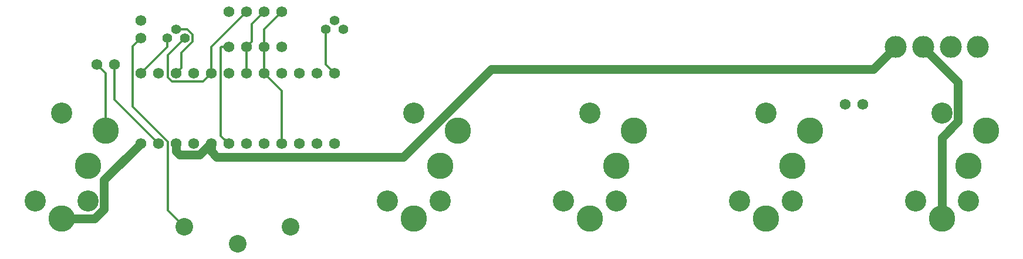
<source format=gbr>
G04 #@! TF.FileFunction,Copper,L1,Top,Signal*
%FSLAX46Y46*%
G04 Gerber Fmt 4.6, Leading zero omitted, Abs format (unit mm)*
G04 Created by KiCad (PCBNEW (2016-02-24 BZR 6585, Git 0829446)-product) date 3/13/2016 10:01:12 PM*
%MOMM*%
G01*
G04 APERTURE LIST*
%ADD10C,0.100000*%
%ADD11C,1.574800*%
%ADD12C,3.810000*%
%ADD13C,3.048000*%
%ADD14C,3.175000*%
%ADD15C,2.540000*%
%ADD16C,1.397000*%
%ADD17C,0.304800*%
%ADD18C,1.270000*%
G04 APERTURE END LIST*
D10*
D11*
X130810000Y-110490000D03*
X130810000Y-100330000D03*
D12*
X101600000Y-121361200D03*
D13*
X105410000Y-118821200D03*
D12*
X105410000Y-113741200D03*
X107950000Y-108661200D03*
D13*
X101600000Y-106121200D03*
X97790000Y-118821200D03*
D12*
X177800000Y-121361200D03*
D13*
X181610000Y-118821200D03*
D12*
X181610000Y-113741200D03*
X184150000Y-108661200D03*
D13*
X177800000Y-106121200D03*
X173990000Y-118821200D03*
D12*
X203200000Y-121361200D03*
D13*
X207010000Y-118821200D03*
D12*
X207010000Y-113741200D03*
X209550000Y-108661200D03*
D13*
X203200000Y-106121200D03*
X199390000Y-118821200D03*
D12*
X152400000Y-121361200D03*
D13*
X156210000Y-118821200D03*
D12*
X156210000Y-113741200D03*
X158750000Y-108661200D03*
D13*
X152400000Y-106121200D03*
X148590000Y-118821200D03*
D12*
X228600000Y-121361200D03*
D13*
X232410000Y-118821200D03*
D12*
X232410000Y-113741200D03*
X234950000Y-108661200D03*
D13*
X228600000Y-106121200D03*
X224790000Y-118821200D03*
D14*
X221945200Y-96520000D03*
X225907600Y-96520000D03*
X229870000Y-96520000D03*
X233832400Y-96520000D03*
D11*
X115570000Y-110490000D03*
X115570000Y-100330000D03*
X133350000Y-100330000D03*
X133350000Y-110490000D03*
X135890000Y-100330000D03*
X135890000Y-110490000D03*
X138430000Y-100330000D03*
X138430000Y-110490000D03*
X118110000Y-110490000D03*
X118110000Y-100330000D03*
X120650000Y-100330000D03*
X120650000Y-110490000D03*
X125730000Y-100330000D03*
X125730000Y-110490000D03*
X123190000Y-110490000D03*
X123190000Y-100330000D03*
X113030000Y-100330000D03*
X113030000Y-110490000D03*
X128270000Y-110490000D03*
X128270000Y-100330000D03*
D15*
X127000000Y-125000000D03*
X119300000Y-122500000D03*
X134700000Y-122500000D03*
D11*
X140970000Y-100330000D03*
X140970000Y-110490000D03*
X214630000Y-104775000D03*
X217170000Y-104775000D03*
X113030000Y-92710000D03*
X113030000Y-95250000D03*
X109220000Y-99060000D03*
X106680000Y-99060000D03*
D16*
X116840000Y-95250000D03*
X118110000Y-93980000D03*
X119380000Y-95250000D03*
X139700000Y-93980000D03*
X140970000Y-92710000D03*
X142240000Y-93980000D03*
D11*
X125730000Y-96520000D03*
X125730000Y-91440000D03*
X128270000Y-96520000D03*
X128270000Y-91440000D03*
X130810000Y-96520000D03*
X130810000Y-91440000D03*
X133350000Y-96520000D03*
X133350000Y-91440000D03*
D17*
X107950000Y-108661200D02*
X107950000Y-100330000D01*
X107950000Y-100330000D02*
X106680000Y-99060000D01*
X115570000Y-110490000D02*
X109220000Y-104140000D01*
X109220000Y-104140000D02*
X109220000Y-100173551D01*
X109220000Y-100173551D02*
X109220000Y-99060000D01*
X118110000Y-100330000D02*
X118897399Y-99542601D01*
X118897399Y-97386651D02*
X120497601Y-95786449D01*
X118897399Y-99542601D02*
X118897399Y-97386651D01*
X120497601Y-95786449D02*
X120497601Y-94713551D01*
X120497601Y-94713551D02*
X119764050Y-93980000D01*
X119764050Y-93980000D02*
X119187630Y-93980000D01*
X119187630Y-93980000D02*
X118110000Y-93980000D01*
X133350000Y-110490000D02*
X133350000Y-102870000D01*
X133350000Y-102870000D02*
X130810000Y-100330000D01*
X130810000Y-96520000D02*
X130810000Y-93980000D01*
X130810000Y-93980000D02*
X133350000Y-91440000D01*
X130810000Y-100330000D02*
X130810000Y-96520000D01*
X125730000Y-96520000D02*
X124652370Y-96520000D01*
X124652370Y-96520000D02*
X124586999Y-96585371D01*
X124586999Y-96585371D02*
X124586999Y-109346999D01*
X124586999Y-109346999D02*
X124942601Y-109702601D01*
X124942601Y-109702601D02*
X125730000Y-110490000D01*
D18*
X113030000Y-110490000D02*
X107772201Y-115747799D01*
X107772201Y-115747799D02*
X107772201Y-119955057D01*
X107772201Y-119955057D02*
X106366058Y-121361200D01*
X106366058Y-121361200D02*
X104294076Y-121361200D01*
X104294076Y-121361200D02*
X101600000Y-121361200D01*
X228600000Y-121361200D02*
X228600000Y-109617258D01*
X230962201Y-101574601D02*
X227495099Y-98107499D01*
X228600000Y-109617258D02*
X230962201Y-107255057D01*
X227495099Y-98107499D02*
X225907600Y-96520000D01*
X230962201Y-107255057D02*
X230962201Y-101574601D01*
D17*
X113030000Y-95250000D02*
X111886999Y-96393001D01*
X111886999Y-96393001D02*
X111886999Y-105115357D01*
X111886999Y-105115357D02*
X116966999Y-110195357D01*
X116966999Y-110195357D02*
X116966999Y-120166999D01*
X116966999Y-120166999D02*
X118030001Y-121230001D01*
X118030001Y-121230001D02*
X119300000Y-122500000D01*
X113030000Y-100330000D02*
X116840000Y-96520000D01*
X116840000Y-96520000D02*
X116840000Y-95250000D01*
X128270000Y-96520000D02*
X129031999Y-95758001D01*
X129031999Y-95758001D02*
X129031999Y-93218001D01*
X129031999Y-93218001D02*
X130048001Y-92201999D01*
X130048001Y-92201999D02*
X130810000Y-91440000D01*
X128270000Y-100330000D02*
X128270000Y-96520000D01*
X123190000Y-100330000D02*
X123190000Y-96520000D01*
X123190000Y-96520000D02*
X128270000Y-91440000D01*
X123190000Y-100330000D02*
X122046999Y-101473001D01*
X122046999Y-101473001D02*
X117561359Y-101473001D01*
X117561359Y-101473001D02*
X116966999Y-100878641D01*
X116966999Y-100878641D02*
X116966999Y-97663001D01*
X116966999Y-97663001D02*
X118618001Y-96011999D01*
X118618001Y-96011999D02*
X119380000Y-95250000D01*
X139700000Y-93980000D02*
X139700000Y-99060000D01*
X139700000Y-99060000D02*
X140970000Y-100330000D01*
D18*
X163656262Y-99695000D02*
X218770200Y-99695000D01*
X218770200Y-99695000D02*
X221945200Y-96520000D01*
X123190000Y-110490000D02*
X123190000Y-111603551D01*
X123190000Y-111603551D02*
X124010912Y-112424463D01*
X124010912Y-112424463D02*
X150926799Y-112424463D01*
X150926799Y-112424463D02*
X163656262Y-99695000D01*
X118110000Y-110490000D02*
X118110000Y-111603551D01*
X118110000Y-111603551D02*
X118622050Y-112115601D01*
X118622050Y-112115601D02*
X121564399Y-112115601D01*
X121564399Y-112115601D02*
X122402601Y-111277399D01*
X122402601Y-111277399D02*
X123190000Y-110490000D01*
M02*

</source>
